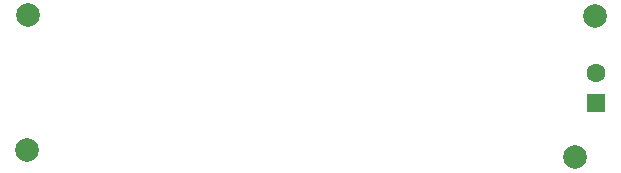
<source format=gbr>
%TF.GenerationSoftware,KiCad,Pcbnew,5.1.9+dfsg1-1*%
%TF.CreationDate,2021-02-27T20:44:50-08:00*%
%TF.ProjectId,hv-supply-test,68762d73-7570-4706-9c79-2d746573742e,rev?*%
%TF.SameCoordinates,Original*%
%TF.FileFunction,Soldermask,Bot*%
%TF.FilePolarity,Negative*%
%FSLAX46Y46*%
G04 Gerber Fmt 4.6, Leading zero omitted, Abs format (unit mm)*
G04 Created by KiCad (PCBNEW 5.1.9+dfsg1-1) date 2021-02-27 20:44:50*
%MOMM*%
%LPD*%
G01*
G04 APERTURE LIST*
%ADD10C,2.000000*%
%ADD11C,1.600000*%
%ADD12R,1.600000X1.600000*%
G04 APERTURE END LIST*
D10*
%TO.C,TP4*%
X157100000Y-33400000D03*
%TD*%
%TO.C,TP3*%
X157000000Y-44800000D03*
%TD*%
%TO.C,TP2*%
X205100000Y-33500000D03*
%TD*%
%TO.C,TP1*%
X203400000Y-45400000D03*
%TD*%
D11*
%TO.C,C4*%
X205200000Y-38300000D03*
D12*
X205200000Y-40800000D03*
%TD*%
M02*

</source>
